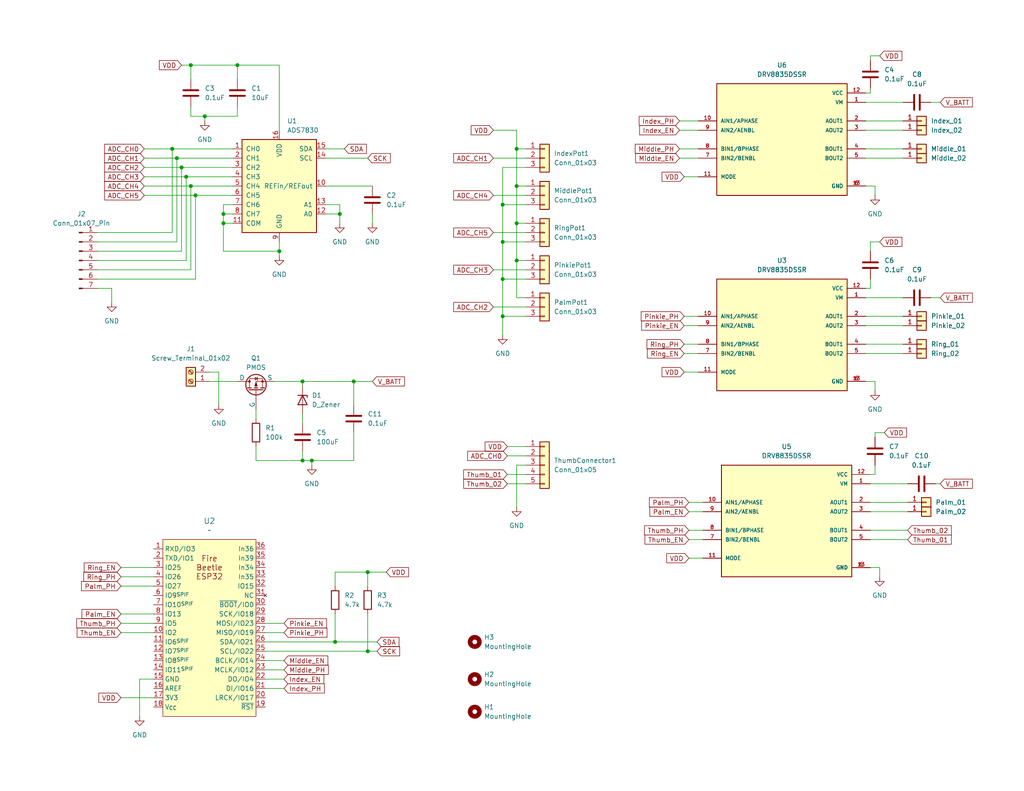
<source format=kicad_sch>
(kicad_sch (version 20250114) (generator "eeschema") (generator_version "9.0")
  (paper "USLetter")
  (title_block (title "RoboticHand") (date "10/16/2025") (rev "02") (company "ME507"))
  (lib_symbols
    (symbol "Analog_DAC:ADS7830" (pin_names (offset 1.016))
      (property "Reference" "U" (at -10.16 13.716 0))
      (property "Value" "ADS7830" (at 1.778 13.716 0))
      (symbol "ADS7830_0_1"
        (rectangle (start -10.16 12.7) (end 10.16 -12.7) (stroke (width 0.254)) (fill (type background)))
      )
      (symbol "ADS7830_1_1"
        (pin input line (at -12.7 10.16 0) (length 2.54) (name "CH0") (number "1"))
        (pin input line (at -12.7 7.62 0) (length 2.54) (name "CH1") (number "2"))
        (pin input line (at -12.7 5.08 0) (length 2.54) (name "CH2") (number "3"))
        (pin input line (at -12.7 2.54 0) (length 2.54) (name "CH3") (number "4"))
        (pin input line (at -12.7 0 0) (length 2.54) (name "CH4") (number "5"))
        (pin input line (at -12.7 -2.54 0) (length 2.54) (name "CH5") (number "6"))
        (pin input line (at -12.7 -5.08 0) (length 2.54) (name "CH6") (number "7"))
        (pin input line (at -12.7 -7.62 0) (length 2.54) (name "CH7") (number "8"))
        (pin input line (at -12.7 -10.16 0) (length 2.54) (name "COM") (number "11"))
        (pin power_in line (at 0 15.24 270) (length 2.54) (name "VDD") (number "16"))
        (pin power_in line (at 0 -15.24 90) (length 2.54) (name "GND") (number "9"))
        (pin bidirectional line (at 12.7 10.16 180) (length 2.54) (name "SDA") (number "15"))
        (pin input line (at 12.7 7.62 180) (length 2.54) (name "SCL") (number "14"))
        (pin bidirectional line (at 12.7 0 180) (length 2.54) (name "REFin/REFout") (number "10"))
        (pin input line (at 12.7 -5.08 180) (length 2.54) (name "A1") (number "13"))
        (pin input line (at 12.7 -7.62 180) (length 2.54) (name "A0") (number "12"))
      )
    )
    (symbol "Connector:Conn_01x07_Pin" (pin_names (offset 1.016) (hide yes))
      (property "Reference" "J" (at 0 10.16 0))
      (property "Value" "Conn_01x07_Pin" (at 0 -10.16 0))
      (symbol "Conn_01x07_Pin_1_1"
        (rectangle (start 0.8636 7.747) (end 0 7.493) (stroke (width 0.1524)) (fill (type outline)))
        (rectangle (start 0.8636 5.207) (end 0 4.953) (stroke (width 0.1524)) (fill (type outline)))
        (rectangle (start 0.8636 2.667) (end 0 2.413) (stroke (width 0.1524)) (fill (type outline)))
        (rectangle (start 0.8636 0.127) (end 0 -0.127) (stroke (width 0.1524)) (fill (type outline)))
        (rectangle (start 0.8636 -2.413) (end 0 -2.667) (stroke (width 0.1524)) (fill (type outline)))
        (rectangle (start 0.8636 -4.953) (end 0 -5.207) (stroke (width 0.1524)) (fill (type outline)))
        (rectangle (start 0.8636 -7.493) (end 0 -7.747) (stroke (width 0.1524)) (fill (type outline)))
        (polyline (pts (xy 1.27 7.62) (xy 0.8636 7.62)) (stroke (width 0.1524)))
        (polyline (pts (xy 1.27 5.08) (xy 0.8636 5.08)) (stroke (width 0.1524)))
        (polyline (pts (xy 1.27 2.54) (xy 0.8636 2.54)) (stroke (width 0.1524)))
        (polyline (pts (xy 1.27 0) (xy 0.8636 0)) (stroke (width 0.1524)))
        (polyline (pts (xy 1.27 -2.54) (xy 0.8636 -2.54)) (stroke (width 0.1524)))
        (polyline (pts (xy 1.27 -5.08) (xy 0.8636 -5.08)) (stroke (width 0.1524)))
        (polyline (pts (xy 1.27 -7.62) (xy 0.8636 -7.62)) (stroke (width 0.1524)))
        (pin passive line (at 5.08 7.62 180) (length 3.81) (name "Pin_1") (number "1"))
        (pin passive line (at 5.08 5.08 180) (length 3.81) (name "Pin_2") (number "2"))
        (pin passive line (at 5.08 2.54 180) (length 3.81) (name "Pin_3") (number "3"))
        (pin passive line (at 5.08 0 180) (length 3.81) (name "Pin_4") (number "4"))
        (pin passive line (at 5.08 -2.54 180) (length 3.81) (name "Pin_5") (number "5"))
        (pin passive line (at 5.08 -5.08 180) (length 3.81) (name "Pin_6") (number "6"))
        (pin passive line (at 5.08 -7.62 180) (length 3.81) (name "Pin_7") (number "7"))
      )
    )
    (symbol "Connector:Screw_Terminal_01x02" (pin_names (offset 1.016) (hide yes))
      (property "Reference" "J" (at 0 2.54 0))
      (property "Value" "Screw_Terminal_01x02" (at 0 -5.08 0))
      (symbol "Screw_Terminal_01x02_1_1"
        (rectangle (start -1.27 1.27) (end 1.27 -3.81) (stroke (width 0.254)) (fill (type background)))
        (polyline (pts (xy -0.5334 0.3302) (xy 0.3302 -0.508)) (stroke (width 0.1524)))
        (polyline (pts (xy -0.5334 -2.2098) (xy 0.3302 -3.048)) (stroke (width 0.1524)))
        (polyline (pts (xy -0.3556 0.508) (xy 0.508 -0.3302)) (stroke (width 0.1524)))
        (polyline (pts (xy -0.3556 -2.032) (xy 0.508 -2.8702)) (stroke (width 0.1524)))
        (circle (center 0 0) (radius 0.635) (stroke (width 0.1524)))
        (circle (center 0 -2.54) (radius 0.635) (stroke (width 0.1524)))
        (pin passive line (at -5.08 0 0) (length 3.81) (name "Pin_1") (number "1"))
        (pin passive line (at -5.08 -2.54 0) (length 3.81) (name "Pin_2") (number "2"))
      )
    )
    (symbol "Connector_Generic:Conn_01x01" (pin_names (offset 1.016) (hide yes))
      (property "Reference" "J" (at 0 2.54 0))
      (property "Value" "Conn_01x01" (at 0 -2.54 0))
      (symbol "Conn_01x01_1_1"
        (rectangle (start -1.27 1.27) (end 1.27 -1.27) (stroke (width 0.254)) (fill (type background)))
        (rectangle (start -1.27 0.127) (end 0 -0.127) (stroke (width 0.1524)))
        (pin passive line (at -5.08 0 0) (length 3.81) (name "Pin_1") (number "1"))
      )
    )
    (symbol "Connector_Generic:Conn_01x03" (pin_names (offset 1.016) (hide yes))
      (property "Reference" "J" (at 0 5.08 0))
      (property "Value" "Conn_01x03" (at 0 -5.08 0))
      (symbol "Conn_01x03_1_1"
        (rectangle (start -1.27 3.81) (end 1.27 -3.81) (stroke (width 0.254)) (fill (type background)))
        (rectangle (start -1.27 2.667) (end 0 2.413) (stroke (width 0.1524)))
        (rectangle (start -1.27 0.127) (end 0 -0.127) (stroke (width 0.1524)))
        (rectangle (start -1.27 -2.413) (end 0 -2.667) (stroke (width 0.1524)))
        (pin passive line (at -5.08 2.54 0) (length 3.81) (name "Pin_1") (number "1"))
        (pin passive line (at -5.08 0 0) (length 3.81) (name "Pin_2") (number "2"))
        (pin passive line (at -5.08 -2.54 0) (length 3.81) (name "Pin_3") (number "3"))
      )
    )
    (symbol "Connector_Generic:Conn_01x05" (pin_names (offset 1.016) (hide yes))
      (property "Reference" "J" (at 0 7.62 0))
      (property "Value" "Conn_01x05" (at 0 -7.62 0))
      (symbol "Conn_01x05_1_1"
        (rectangle (start -1.27 6.35) (end 1.27 -6.35) (stroke (width 0.254)) (fill (type background)))
        (rectangle (start -1.27 5.207) (end 0 4.953) (stroke (width 0.1524)))
        (rectangle (start -1.27 2.667) (end 0 2.413) (stroke (width 0.1524)))
        (rectangle (start -1.27 0.127) (end 0 -0.127) (stroke (width 0.1524)))
        (rectangle (start -1.27 -2.413) (end 0 -2.667) (stroke (width 0.1524)))
        (rectangle (start -1.27 -4.953) (end 0 -5.207) (stroke (width 0.1524)))
        (pin passive line (at -5.08 5.08 0) (length 3.81) (name "Pin_1") (number "1"))
        (pin passive line (at -5.08 2.54 0) (length 3.81) (name "Pin_2") (number "2"))
        (pin passive line (at -5.08 0 0) (length 3.81) (name "Pin_3") (number "3"))
        (pin passive line (at -5.08 -2.54 0) (length 3.81) (name "Pin_4") (number "4"))
        (pin passive line (at -5.08 -5.08 0) (length 3.81) (name "Pin_5") (number "5"))
      )
    )
    (symbol "DRV8835DSSR:DRV8835DSSR" (pin_names (offset 1.016))
      (property "Reference" "U" (at -17.78 15.748 0))
      (property "Value" "DRV8835DSSR" (at -17.78 -17.78 0))
      (symbol "DRV8835DSSR_0_0"
        (rectangle (start -17.78 -15.24) (end 17.78 15.24) (stroke (width 0.254)) (fill (type background)))
        (pin input line (at -22.86 5.08 0) (length 5.08) (name "AIN1/APHASE") (number "10"))
        (pin input line (at -22.86 2.54 0) (length 5.08) (name "AIN2/AENBL") (number "9"))
        (pin input line (at -22.86 -2.54 0) (length 5.08) (name "BIN1/BPHASE") (number "8"))
        (pin input line (at -22.86 -5.08 0) (length 5.08) (name "BIN2/BENBL") (number "7"))
        (pin input line (at -22.86 -10.16 0) (length 5.08) (name "MODE") (number "11"))
        (pin power_in line (at 22.86 12.7 180) (length 5.08) (name "VCC") (number "12"))
        (pin power_in line (at 22.86 10.16 180) (length 5.08) (name "VM") (number "1"))
        (pin output line (at 22.86 5.08 180) (length 5.08) (name "AOUT1") (number "2"))
        (pin output line (at 22.86 2.54 180) (length 5.08) (name "AOUT2") (number "3"))
        (pin output line (at 22.86 -2.54 180) (length 5.08) (name "BOUT1") (number "4"))
        (pin output line (at 22.86 -5.08 180) (length 5.08) (name "BOUT2") (number "5"))
        (pin power_in line (at 22.86 -12.7 180) (length 5.08) (name "GND") (number "13"))
        (pin power_in line (at 22.86 -12.7 180) (length 5.08) (name "GND") (number "6"))
      )
    )
    (symbol "Device:C" (pin_numbers (hide yes)) (pin_names (offset 0.254))
      (property "Reference" "C" (at 0.635 2.54 0))
      (property "Value" "C" (at 0.635 -2.54 0))
      (symbol "C_0_1"
        (polyline (pts (xy -2.032 0.762) (xy 2.032 0.762)) (stroke (width 0.508)))
        (polyline (pts (xy -2.032 -0.762) (xy 2.032 -0.762)) (stroke (width 0.508)))
      )
      (symbol "C_1_1"
        (pin passive line (at 0 3.81 270) (length 2.794) (name "~") (number "1"))
        (pin passive line (at 0 -3.81 90) (length 2.794) (name "~") (number "2"))
      )
    )
    (symbol "Device:D_Zener" (pin_numbers (hide yes)) (pin_names (offset 1.016) (hide yes))
      (property "Reference" "D" (at 0 2.54 0))
      (property "Value" "D_Zener" (at 0 -2.54 0))
      (symbol "D_Zener_0_1"
        (polyline (pts (xy -1.27 -1.27) (xy -1.27 1.27) (xy -0.762 1.27)) (stroke (width 0.254)))
        (polyline (pts (xy 1.27 0) (xy -1.27 0)))
        (polyline (pts (xy 1.27 -1.27) (xy 1.27 1.27) (xy -1.27 0) (xy 1.27 -1.27)) (stroke (width 0.254)))
      )
      (symbol "D_Zener_1_1"
        (pin passive line (at -3.81 0 0) (length 2.54) (name "K") (number "1"))
        (pin passive line (at 3.81 0 180) (length 2.54) (name "A") (number "2"))
      )
    )
    (symbol "Device:R" (pin_numbers (hide yes)) (pin_names (offset 0))
      (property "Reference" "R" (at 2.032 0 90))
      (property "Value" "R" (at 0 0 90))
      (symbol "R_0_1"
        (rectangle (start -1.016 -2.54) (end 1.016 2.54) (stroke (width 0.254)))
      )
      (symbol "R_1_1"
        (pin passive line (at 0 3.81 270) (length 1.27) (name "~") (number "1"))
        (pin passive line (at 0 -3.81 90) (length 1.27) (name "~") (number "2"))
      )
    )
    (symbol "ME507F24:FireBeetle-ESP32"
      (property "Reference" "U" (at -2.2226 9.1862 0))
      (symbol "FireBeetle-ESP32_1_1"
        (polyline (pts (xy -12.7 22.86) (xy 12.7 22.86) (xy 12.7 -25.4) (xy -12.7 -25.4) (xy -12.7 22.86)) (fill (type background)))
        (text "Fire\nBeetle\nESP32" (at 0 15.24 0) (effects (font (size 1.524 1.524))))
        (pin bidirectional line (at -15.24 20.32 0) (length 2.54) (name "RXD/IO3") (number "1"))
        (pin bidirectional line (at -15.24 17.78 0) (length 2.54) (name "TXD/IO1") (number "2"))
        (pin bidirectional line (at -15.24 15.24 0) (length 2.54) (name "IO25") (number "3"))
        (pin bidirectional line (at -15.24 12.7 0) (length 2.54) (name "IO26") (number "4"))
        (pin bidirectional line (at -15.24 10.16 0) (length 2.54) (name "IO27") (number "5"))
        (pin unspecified line (at -15.24 7.62 0) (length 2.54) (name "IO9^{SPIF}") (number "6"))
        (pin unspecified line (at -15.24 5.08 0) (length 2.54) (name "IO10^{SPIF}") (number "7"))
        (pin bidirectional line (at -15.24 2.54 0) (length 2.54) (name "IO13") (number "8"))
        (pin bidirectional line (at -15.24 0 0) (length 2.54) (name "IO5") (number "9"))
        (pin bidirectional line (at -15.24 -2.54 0) (length 2.54) (name "IO2") (number "10"))
        (pin unspecified line (at -15.24 -5.08 0) (length 2.54) (name "IO6^{SPIF}") (number "11"))
        (pin unspecified line (at -15.24 -7.62 0) (length 2.54) (name "IO7^{SPIF}") (number "12"))
        (pin unspecified line (at -15.24 -10.16 0) (length 2.54) (name "IO8^{SPIF}") (number "13"))
        (pin unspecified line (at -15.24 -12.7 0) (length 2.54) (name "IO11^{SPIF}") (number "14"))
        (pin power_in line (at -15.24 -15.24 0) (length 2.54) (name "GND") (number "15"))
        (pin input line (at -15.24 -17.78 0) (length 2.54) (name "AREF") (number "16"))
        (pin power_out line (at -15.24 -20.32 0) (length 2.54) (name "3V3") (number "17"))
        (pin unspecified line (at -15.24 -22.86 0) (length 2.54) (name "V_{CC}") (number "18"))
        (pin input line (at 15.24 20.32 180) (length 2.54) (name "In36") (number "36"))
        (pin input line (at 15.24 17.78 180) (length 2.54) (name "In39") (number "35"))
        (pin input line (at 15.24 15.24 180) (length 2.54) (name "In34") (number "34"))
        (pin input line (at 15.24 12.7 180) (length 2.54) (name "In35") (number "33"))
        (pin bidirectional line (at 15.24 10.16 180) (length 2.54) (name "IO15") (number "32"))
        (pin no_connect line (at 15.24 7.62 180) (length 2.54) (name "NC") (number "31"))
        (pin bidirectional line (at 15.24 5.08 180) (length 2.54) (name "~{BOOT}/IO0") (number "30"))
        (pin bidirectional line (at 15.24 2.54 180) (length 2.54) (name "SCK/IO18") (number "29"))
        (pin bidirectional line (at 15.24 0 180) (length 2.54) (name "MOSI/IO23") (number "28"))
        (pin bidirectional line (at 15.24 -2.54 180) (length 2.54) (name "MISO/IO19") (number "27"))
        (pin bidirectional line (at 15.24 -5.08 180) (length 2.54) (name "SDA/IO21") (number "26"))
        (pin bidirectional line (at 15.24 -7.62 180) (length 2.54) (name "SCL/IO22") (number "25"))
        (pin bidirectional line (at 15.24 -10.16 180) (length 2.54) (name "BCLK/IO14") (number "24"))
        (pin bidirectional line (at 15.24 -12.7 180) (length 2.54) (name "MCLK/IO12") (number "23"))
        (pin bidirectional line (at 15.24 -15.24 180) (length 2.54) (name "DO/IO4") (number "22"))
        (pin bidirectional line (at 15.24 -17.78 180) (length 2.54) (name "DI/IO16") (number "21"))
        (pin bidirectional line (at 15.24 -20.32 180) (length 2.54) (name "LRCK/IO17") (number "20"))
        (pin bidirectional line (at 15.24 -22.86 180) (length 2.54) (name "~{RST}") (number "19"))
      )
    )
    (symbol "Mechanical:MountingHole" (pin_names (offset 1.016)) (in_bom no)
      (property "Reference" "H" (at 0 5.08 0))
      (property "Value" "MountingHole" (at 0 3.175 0))
      (symbol "MountingHole_0_1"
        (circle (center 0 0) (radius 1.27) (stroke (width 1.27)))
      )
    )
    (symbol "Simulation_SPICE:PMOS" (pin_numbers (hide yes)) (pin_names (offset 0))
      (property "Reference" "Q" (at 5.08 1.27 0))
      (property "Value" "PMOS" (at 5.08 -1.27 0))
      (symbol "PMOS_0_1"
        (polyline (pts (xy 0.254 1.905) (xy 0.254 -1.905)) (stroke (width 0.254)))
        (polyline (pts (xy 0.254 0) (xy -2.54 0)))
        (polyline (pts (xy 0.762 2.286) (xy 0.762 1.27)) (stroke (width 0.254)))
        (polyline (pts (xy 0.762 1.778) (xy 3.302 1.778) (xy 3.302 -1.778) (xy 0.762 -1.778)))
        (polyline (pts (xy 0.762 0.508) (xy 0.762 -0.508)) (stroke (width 0.254)))
        (polyline (pts (xy 0.762 -1.27) (xy 0.762 -2.286)) (stroke (width 0.254)))
        (circle (center 1.651 0) (radius 2.794) (stroke (width 0.254)))
        (polyline (pts (xy 2.286 0) (xy 1.27 0.381) (xy 1.27 -0.381) (xy 2.286 0)) (fill (type outline)))
        (polyline (pts (xy 2.54 2.54) (xy 2.54 1.778)))
        (circle (center 2.54 1.778) (radius 0.254) (fill (type outline)))
        (circle (center 2.54 -1.778) (radius 0.254) (fill (type outline)))
        (polyline (pts (xy 2.54 -2.54) (xy 2.54 0) (xy 0.762 0)))
        (polyline (pts (xy 2.794 -0.508) (xy 2.921 -0.381) (xy 3.683 -0.381) (xy 3.81 -0.254)))
        (polyline (pts (xy 3.302 -0.381) (xy 2.921 0.254) (xy 3.683 0.254) (xy 3.302 -0.381)))
      )
      (symbol "PMOS_1_1"
        (pin input line (at -5.08 0 0) (length 2.54) (name "G") (number "2"))
        (pin passive line (at 2.54 5.08 270) (length 2.54) (name "D") (number "1"))
        (pin passive line (at 2.54 -5.08 90) (length 2.54) (name "S") (number "3"))
      )
    )
    (symbol "power:GND" (power) (pin_numbers (hide yes)) (pin_names (offset 0) (hide yes))
      (property "Value" "GND" (at 0 -3.81 0))
      (symbol "GND_0_1"
        (polyline (pts (xy 0 0) (xy 0 -1.27) (xy 1.27 -1.27) (xy 0 -2.54) (xy -1.27 -1.27) (xy 0 -1.27)))
      )
      (symbol "GND_1_1"
        (pin power_in line (at 0 0 270) (length 0) (name "~") (number "1"))
      )
    )
  )
  (junction (at 76.2 68.58))
  (junction (at 49.53 45.72))
  (junction (at 64.77 17.78))
  (junction (at 48.26 43.18))
  (junction (at 137.16 55.88))
  (junction (at 91.44 175.26))
  (junction (at 137.16 86.36))
  (junction (at 46.99 40.64))
  (junction (at 92.71 58.42))
  (junction (at 82.55 104.14))
  (junction (at 140.97 50.8))
  (junction (at 100.33 177.8))
  (junction (at 96.52 104.14))
  (junction (at 140.97 40.64))
  (junction (at 82.55 125.73))
  (junction (at 137.16 76.2))
  (junction (at 52.07 17.78))
  (junction (at 100.33 156.21))
  (junction (at 140.97 71.12))
  (junction (at 140.97 60.96))
  (junction (at 53.34 53.34))
  (junction (at 55.88 31.75))
  (junction (at 85.09 125.73))
  (junction (at 52.07 50.8))
  (junction (at 60.96 60.96))
  (junction (at 50.8 48.26))
  (junction (at 137.16 66.04))
  (junction (at 60.96 58.42))
  (wire (pts (xy 53.34 76.2) (xy 53.34 53.34)))
  (wire (pts (xy 50.8 48.26) (xy 63.5 48.26)))
  (wire (pts (xy 187.96 147.32) (xy 191.77 147.32)))
  (wire (pts (xy 134.62 73.66) (xy 143.51 73.66)))
  (wire (pts (xy 60.96 55.88) (xy 60.96 58.42)))
  (wire (pts (xy 82.55 125.73) (xy 85.09 125.73)))
  (wire (pts (xy 55.88 31.75) (xy 55.88 33.02)))
  (wire (pts (xy 69.85 125.73) (xy 82.55 125.73)))
  (wire (pts (xy 237.49 66.04) (xy 240.03 66.04)))
  (wire (pts (xy 48.26 66.04) (xy 48.26 43.18)))
  (wire (pts (xy 143.51 127) (xy 140.97 127)))
  (wire (pts (xy 60.96 68.58) (xy 76.2 68.58)))
  (wire (pts (xy 74.93 104.14) (xy 82.55 104.14)))
  (wire (pts (xy 63.5 55.88) (xy 60.96 55.88)))
  (wire (pts (xy 237.49 154.94) (xy 240.03 154.94)))
  (wire (pts (xy 237.49 78.74) (xy 237.49 76.2)))
  (wire (pts (xy 69.85 121.92) (xy 69.85 125.73)))
  (wire (pts (xy 236.22 35.56) (xy 246.38 35.56)))
  (wire (pts (xy 240.03 154.94) (xy 240.03 157.48)))
  (wire (pts (xy 91.44 167.64) (xy 91.44 175.26)))
  (wire (pts (xy 33.02 172.72) (xy 41.91 172.72)))
  (wire (pts (xy 237.49 25.4) (xy 236.22 25.4)))
  (wire (pts (xy 137.16 76.2) (xy 137.16 86.36)))
  (wire (pts (xy 82.55 104.14) (xy 82.55 105.41)))
  (wire (pts (xy 187.96 152.4) (xy 191.77 152.4)))
  (wire (pts (xy 39.37 48.26) (xy 50.8 48.26)))
  (wire (pts (xy 52.07 17.78) (xy 52.07 21.59)))
  (wire (pts (xy 187.96 144.78) (xy 191.77 144.78)))
  (wire (pts (xy 236.22 88.9) (xy 246.38 88.9)))
  (wire (pts (xy 52.07 31.75) (xy 55.88 31.75)))
  (wire (pts (xy 63.5 60.96) (xy 60.96 60.96)))
  (wire (pts (xy 26.67 63.5) (xy 46.99 63.5)))
  (wire (pts (xy 236.22 93.98) (xy 246.38 93.98)))
  (wire (pts (xy 185.42 40.64) (xy 190.5 40.64)))
  (wire (pts (xy 30.48 78.74) (xy 30.48 82.55)))
  (wire (pts (xy 39.37 53.34) (xy 53.34 53.34)))
  (wire (pts (xy 143.51 66.04) (xy 137.16 66.04)))
  (wire (pts (xy 48.26 43.18) (xy 63.5 43.18)))
  (wire (pts (xy 72.39 170.18) (xy 77.47 170.18)))
  (wire (pts (xy 88.9 50.8) (xy 101.6 50.8)))
  (wire (pts (xy 187.96 137.16) (xy 191.77 137.16)))
  (wire (pts (xy 237.49 132.08) (xy 247.65 132.08)))
  (wire (pts (xy 53.34 53.34) (xy 63.5 53.34)))
  (wire (pts (xy 60.96 60.96) (xy 60.96 68.58)))
  (wire (pts (xy 140.97 35.56) (xy 134.62 35.56)))
  (wire (pts (xy 236.22 104.14) (xy 238.76 104.14)))
  (wire (pts (xy 237.49 24.13) (xy 237.49 25.4)))
  (wire (pts (xy 137.16 66.04) (xy 137.16 76.2)))
  (wire (pts (xy 134.62 43.18) (xy 143.51 43.18)))
  (wire (pts (xy 140.97 71.12) (xy 140.97 81.28)))
  (wire (pts (xy 88.9 43.18) (xy 100.33 43.18)))
  (wire (pts (xy 91.44 175.26) (xy 102.87 175.26)))
  (wire (pts (xy 143.51 81.28) (xy 140.97 81.28)))
  (wire (pts (xy 33.02 157.48) (xy 41.91 157.48)))
  (wire (pts (xy 254 81.28) (xy 256.54 81.28)))
  (wire (pts (xy 100.33 156.21) (xy 100.33 160.02)))
  (wire (pts (xy 140.97 40.64) (xy 140.97 35.56)))
  (wire (pts (xy 143.51 40.64) (xy 140.97 40.64)))
  (wire (pts (xy 254 27.94) (xy 256.54 27.94)))
  (wire (pts (xy 64.77 21.59) (xy 64.77 17.78)))
  (wire (pts (xy 238.76 129.54) (xy 237.49 129.54)))
  (wire (pts (xy 137.16 55.88) (xy 137.16 66.04)))
  (wire (pts (xy 134.62 63.5) (xy 143.51 63.5)))
  (wire (pts (xy 186.69 101.6) (xy 190.5 101.6)))
  (wire (pts (xy 96.52 125.73) (xy 85.09 125.73)))
  (wire (pts (xy 49.53 17.78) (xy 52.07 17.78)))
  (wire (pts (xy 236.22 81.28) (xy 246.38 81.28)))
  (wire (pts (xy 76.2 68.58) (xy 76.2 69.85)))
  (wire (pts (xy 186.69 96.52) (xy 190.5 96.52)))
  (wire (pts (xy 237.49 137.16) (xy 247.65 137.16)))
  (wire (pts (xy 143.51 76.2) (xy 137.16 76.2)))
  (wire (pts (xy 138.43 124.46) (xy 143.51 124.46)))
  (wire (pts (xy 237.49 139.7) (xy 247.65 139.7)))
  (wire (pts (xy 33.02 190.5) (xy 41.91 190.5)))
  (wire (pts (xy 138.43 129.54) (xy 143.51 129.54)))
  (wire (pts (xy 49.53 68.58) (xy 49.53 45.72)))
  (wire (pts (xy 72.39 177.8) (xy 100.33 177.8)))
  (wire (pts (xy 82.55 104.14) (xy 96.52 104.14)))
  (wire (pts (xy 72.39 180.34) (xy 77.47 180.34)))
  (wire (pts (xy 76.2 35.56) (xy 76.2 17.78)))
  (wire (pts (xy 143.51 60.96) (xy 140.97 60.96)))
  (wire (pts (xy 91.44 160.02) (xy 91.44 156.21)))
  (wire (pts (xy 60.96 58.42) (xy 60.96 60.96)))
  (wire (pts (xy 64.77 17.78) (xy 52.07 17.78)))
  (wire (pts (xy 100.33 156.21) (xy 105.41 156.21)))
  (wire (pts (xy 41.91 185.42) (xy 38.1 185.42)))
  (wire (pts (xy 238.76 50.8) (xy 238.76 53.34)))
  (wire (pts (xy 91.44 156.21) (xy 100.33 156.21)))
  (wire (pts (xy 57.15 104.14) (xy 64.77 104.14)))
  (wire (pts (xy 140.97 50.8) (xy 140.97 40.64)))
  (wire (pts (xy 76.2 17.78) (xy 64.77 17.78)))
  (wire (pts (xy 85.09 125.73) (xy 85.09 127)))
  (wire (pts (xy 64.77 29.21) (xy 64.77 31.75)))
  (wire (pts (xy 236.22 86.36) (xy 246.38 86.36)))
  (wire (pts (xy 236.22 43.18) (xy 246.38 43.18)))
  (wire (pts (xy 140.97 127) (xy 140.97 138.43)))
  (wire (pts (xy 26.67 76.2) (xy 53.34 76.2)))
  (wire (pts (xy 143.51 45.72) (xy 137.16 45.72)))
  (wire (pts (xy 185.42 43.18) (xy 190.5 43.18)))
  (wire (pts (xy 186.69 88.9) (xy 190.5 88.9)))
  (wire (pts (xy 143.51 50.8) (xy 140.97 50.8)))
  (wire (pts (xy 59.69 101.6) (xy 59.69 110.49)))
  (wire (pts (xy 237.49 68.58) (xy 237.49 66.04)))
  (wire (pts (xy 143.51 86.36) (xy 137.16 86.36)))
  (wire (pts (xy 236.22 40.64) (xy 246.38 40.64)))
  (wire (pts (xy 240.03 15.24) (xy 237.49 15.24)))
  (wire (pts (xy 82.55 113.03) (xy 82.55 115.57)))
  (wire (pts (xy 33.02 160.02) (xy 41.91 160.02)))
  (wire (pts (xy 187.96 139.7) (xy 191.77 139.7)))
  (wire (pts (xy 50.8 71.12) (xy 50.8 48.26)))
  (wire (pts (xy 72.39 182.88) (xy 77.47 182.88)))
  (wire (pts (xy 236.22 50.8) (xy 238.76 50.8)))
  (wire (pts (xy 57.15 101.6) (xy 59.69 101.6)))
  (wire (pts (xy 52.07 29.21) (xy 52.07 31.75)))
  (wire (pts (xy 26.67 78.74) (xy 30.48 78.74)))
  (wire (pts (xy 26.67 71.12) (xy 50.8 71.12)))
  (wire (pts (xy 46.99 63.5) (xy 46.99 40.64)))
  (wire (pts (xy 237.49 15.24) (xy 237.49 16.51)))
  (wire (pts (xy 143.51 55.88) (xy 137.16 55.88)))
  (wire (pts (xy 72.39 185.42) (xy 77.47 185.42)))
  (wire (pts (xy 101.6 58.42) (xy 101.6 60.96)))
  (wire (pts (xy 88.9 40.64) (xy 93.98 40.64)))
  (wire (pts (xy 236.22 78.74) (xy 237.49 78.74)))
  (wire (pts (xy 76.2 66.04) (xy 76.2 68.58)))
  (wire (pts (xy 238.76 118.11) (xy 238.76 119.38)))
  (wire (pts (xy 238.76 127) (xy 238.76 129.54)))
  (wire (pts (xy 39.37 43.18) (xy 48.26 43.18)))
  (wire (pts (xy 49.53 45.72) (xy 63.5 45.72)))
  (wire (pts (xy 63.5 58.42) (xy 60.96 58.42)))
  (wire (pts (xy 185.42 35.56) (xy 190.5 35.56)))
  (wire (pts (xy 137.16 86.36) (xy 137.16 91.44)))
  (wire (pts (xy 137.16 45.72) (xy 137.16 55.88)))
  (wire (pts (xy 237.49 144.78) (xy 247.65 144.78)))
  (wire (pts (xy 88.9 55.88) (xy 92.71 55.88)))
  (wire (pts (xy 26.67 73.66) (xy 52.07 73.66)))
  (wire (pts (xy 33.02 170.18) (xy 41.91 170.18)))
  (wire (pts (xy 96.52 104.14) (xy 101.6 104.14)))
  (wire (pts (xy 255.27 132.08) (xy 256.54 132.08)))
  (wire (pts (xy 88.9 58.42) (xy 92.71 58.42)))
  (wire (pts (xy 236.22 96.52) (xy 246.38 96.52)))
  (wire (pts (xy 82.55 123.19) (xy 82.55 125.73)))
  (wire (pts (xy 72.39 172.72) (xy 77.47 172.72)))
  (wire (pts (xy 92.71 55.88) (xy 92.71 58.42)))
  (wire (pts (xy 100.33 177.8) (xy 102.87 177.8)))
  (wire (pts (xy 92.71 58.42) (xy 92.71 60.96)))
  (wire (pts (xy 100.33 167.64) (xy 100.33 177.8)))
  (wire (pts (xy 186.69 86.36) (xy 190.5 86.36)))
  (wire (pts (xy 72.39 187.96) (xy 77.47 187.96)))
  (wire (pts (xy 39.37 50.8) (xy 52.07 50.8)))
  (wire (pts (xy 64.77 31.75) (xy 55.88 31.75)))
  (wire (pts (xy 186.69 48.26) (xy 190.5 48.26)))
  (wire (pts (xy 185.42 33.02) (xy 190.5 33.02)))
  (wire (pts (xy 140.97 60.96) (xy 140.97 50.8)))
  (wire (pts (xy 26.67 66.04) (xy 48.26 66.04)))
  (wire (pts (xy 236.22 27.94) (xy 246.38 27.94)))
  (wire (pts (xy 52.07 73.66) (xy 52.07 50.8)))
  (wire (pts (xy 38.1 185.42) (xy 38.1 195.58)))
  (wire (pts (xy 52.07 50.8) (xy 63.5 50.8)))
  (wire (pts (xy 96.52 118.11) (xy 96.52 125.73)))
  (wire (pts (xy 134.62 83.82) (xy 143.51 83.82)))
  (wire (pts (xy 46.99 40.64) (xy 63.5 40.64)))
  (wire (pts (xy 39.37 45.72) (xy 49.53 45.72)))
  (wire (pts (xy 33.02 167.64) (xy 41.91 167.64)))
  (wire (pts (xy 138.43 121.92) (xy 143.51 121.92)))
  (wire (pts (xy 186.69 93.98) (xy 190.5 93.98)))
  (wire (pts (xy 236.22 33.02) (xy 246.38 33.02)))
  (wire (pts (xy 138.43 132.08) (xy 143.51 132.08)))
  (wire (pts (xy 33.02 154.94) (xy 41.91 154.94)))
  (wire (pts (xy 143.51 71.12) (xy 140.97 71.12)))
  (wire (pts (xy 26.67 68.58) (xy 49.53 68.58)))
  (wire (pts (xy 140.97 60.96) (xy 140.97 71.12)))
  (wire (pts (xy 39.37 40.64) (xy 46.99 40.64)))
  (wire (pts (xy 134.62 53.34) (xy 143.51 53.34)))
  (wire (pts (xy 238.76 104.14) (xy 238.76 106.68)))
  (wire (pts (xy 96.52 104.14) (xy 96.52 110.49)))
  (wire (pts (xy 241.3 118.11) (xy 238.76 118.11)))
  (wire (pts (xy 69.85 111.76) (xy 69.85 114.3)))
  (wire (pts (xy 72.39 175.26) (xy 91.44 175.26)))
  (wire (pts (xy 237.49 147.32) (xy 247.65 147.32)))
  (global_label "Ring_PH" (shape input) (at 186.69 93.98 180) (property "Intersheetrefs" "${INTERSHEET_REFS}" (effects (hide yes))))
  (global_label "Index_PH" (shape input) (at 77.47 187.96 0) (property "Intersheetrefs" "${INTERSHEET_REFS}" (effects (hide yes))))
  (global_label "Thumb_02" (shape input) (at 138.43 132.08 180) (property "Intersheetrefs" "${INTERSHEET_REFS}" (effects (hide yes))))
  (global_label "Thumb_PH" (shape input) (at 33.02 170.18 180) (property "Intersheetrefs" "${INTERSHEET_REFS}" (effects (hide yes))))
  (global_label "Index_EN" (shape input) (at 77.47 185.42 0) (property "Intersheetrefs" "${INTERSHEET_REFS}" (effects (hide yes))))
  (global_label "ADC_CH4" (shape input) (at 39.37 50.8 180) (property "Intersheetrefs" "${INTERSHEET_REFS}" (effects (hide yes))))
  (global_label "Palm_PH" (shape input) (at 33.02 160.02 180) (property "Intersheetrefs" "${INTERSHEET_REFS}" (effects (hide yes))))
  (global_label "Thumb_EN" (shape input) (at 33.02 172.72 180) (property "Intersheetrefs" "${INTERSHEET_REFS}" (effects (hide yes))))
  (global_label "ADC_CH3" (shape input) (at 134.62 73.66 180) (property "Intersheetrefs" "${INTERSHEET_REFS}" (effects (hide yes))))
  (global_label "Pinkie_PH" (shape input) (at 77.47 172.72 0) (property "Intersheetrefs" "${INTERSHEET_REFS}" (effects (hide yes))))
  (global_label "SCK" (shape input) (at 100.33 43.18 0) (property "Intersheetrefs" "${INTERSHEET_REFS}" (effects (hide yes))))
  (global_label "ADC_CH0" (shape input) (at 138.43 124.46 180) (property "Intersheetrefs" "${INTERSHEET_REFS}" (effects (hide yes))))
  (global_label "V_BATT" (shape input) (at 256.54 132.08 0) (property "Intersheetrefs" "${INTERSHEET_REFS}" (effects (hide yes))))
  (global_label "ADC_CH5" (shape input) (at 39.37 53.34 180) (property "Intersheetrefs" "${INTERSHEET_REFS}" (effects (hide yes))))
  (global_label "Middle_PH" (shape input) (at 77.47 182.88 0) (property "Intersheetrefs" "${INTERSHEET_REFS}" (effects (hide yes))))
  (global_label "Thumb_EN" (shape input) (at 187.96 147.32 180) (property "Intersheetrefs" "${INTERSHEET_REFS}" (effects (hide yes))))
  (global_label "Middle_EN" (shape input) (at 77.47 180.34 0) (property "Intersheetrefs" "${INTERSHEET_REFS}" (effects (hide yes))))
  (global_label "ADC_CH3" (shape input) (at 39.37 48.26 180) (property "Intersheetrefs" "${INTERSHEET_REFS}" (effects (hide yes))))
  (global_label "VDD" (shape input) (at 138.43 121.92 180) (property "Intersheetrefs" "${INTERSHEET_REFS}" (effects (hide yes))))
  (global_label "SCK" (shape input) (at 102.87 177.8 0) (property "Intersheetrefs" "${INTERSHEET_REFS}" (effects (hide yes))))
  (global_label "Pinkie_EN" (shape input) (at 77.47 170.18 0) (property "Intersheetrefs" "${INTERSHEET_REFS}" (effects (hide yes))))
  (global_label "V_BATT" (shape input) (at 256.54 81.28 0) (property "Intersheetrefs" "${INTERSHEET_REFS}" (effects (hide yes))))
  (global_label "V_BATT" (shape input) (at 101.6 104.14 0) (property "Intersheetrefs" "${INTERSHEET_REFS}" (effects (hide yes))))
  (global_label "VDD" (shape input) (at 241.3 118.11 0) (property "Intersheetrefs" "${INTERSHEET_REFS}" (effects (hide yes))))
  (global_label "SDA" (shape input) (at 93.98 40.64 0) (property "Intersheetrefs" "${INTERSHEET_REFS}" (effects (hide yes))))
  (global_label "Index_EN" (shape input) (at 185.42 35.56 180) (property "Intersheetrefs" "${INTERSHEET_REFS}" (effects (hide yes))))
  (global_label "Palm_EN" (shape input) (at 33.02 167.64 180) (property "Intersheetrefs" "${INTERSHEET_REFS}" (effects (hide yes))))
  (global_label "Index_PH" (shape input) (at 185.42 33.02 180) (property "Intersheetrefs" "${INTERSHEET_REFS}" (effects (hide yes))))
  (global_label "Ring_PH" (shape input) (at 33.02 157.48 180) (property "Intersheetrefs" "${INTERSHEET_REFS}" (effects (hide yes))))
  (global_label "ADC_CH2" (shape input) (at 39.37 45.72 180) (property "Intersheetrefs" "${INTERSHEET_REFS}" (effects (hide yes))))
  (global_label "Pinkie_PH" (shape input) (at 186.69 86.36 180) (property "Intersheetrefs" "${INTERSHEET_REFS}" (effects (hide yes))))
  (global_label "ADC_CH2" (shape input) (at 134.62 83.82 180) (property "Intersheetrefs" "${INTERSHEET_REFS}" (effects (hide yes))))
  (global_label "Ring_EN" (shape input) (at 186.69 96.52 180) (property "Intersheetrefs" "${INTERSHEET_REFS}" (effects (hide yes))))
  (global_label "Ring_EN" (shape input) (at 33.02 154.94 180) (property "Intersheetrefs" "${INTERSHEET_REFS}" (effects (hide yes))))
  (global_label "Thumb_02" (shape input) (at 247.65 144.78 0) (property "Intersheetrefs" "${INTERSHEET_REFS}" (effects (hide yes))))
  (global_label "VDD" (shape input) (at 240.03 66.04 0) (property "Intersheetrefs" "${INTERSHEET_REFS}" (effects (hide yes))))
  (global_label "SDA" (shape input) (at 102.87 175.26 0) (property "Intersheetrefs" "${INTERSHEET_REFS}" (effects (hide yes))))
  (global_label "V_BATT" (shape input) (at 256.54 27.94 0) (property "Intersheetrefs" "${INTERSHEET_REFS}" (effects (hide yes))))
  (global_label "VDD" (shape input) (at 186.69 48.26 180) (property "Intersheetrefs" "${INTERSHEET_REFS}" (effects (hide yes))))
  (global_label "Pinkie_EN" (shape input) (at 186.69 88.9 180) (property "Intersheetrefs" "${INTERSHEET_REFS}" (effects (hide yes))))
  (global_label "ADC_CH4" (shape input) (at 134.62 53.34 180) (property "Intersheetrefs" "${INTERSHEET_REFS}" (effects (hide yes))))
  (global_label "Palm_EN" (shape input) (at 187.96 139.7 180) (property "Intersheetrefs" "${INTERSHEET_REFS}" (effects (hide yes))))
  (global_label "ADC_CH5" (shape input) (at 134.62 63.5 180) (property "Intersheetrefs" "${INTERSHEET_REFS}" (effects (hide yes))))
  (global_label "Thumb_01" (shape input) (at 247.65 147.32 0) (property "Intersheetrefs" "${INTERSHEET_REFS}" (effects (hide yes))))
  (global_label "Middle_EN" (shape input) (at 185.42 43.18 180) (property "Intersheetrefs" "${INTERSHEET_REFS}" (effects (hide yes))))
  (global_label "VDD" (shape input) (at 187.96 152.4 180) (property "Intersheetrefs" "${INTERSHEET_REFS}" (effects (hide yes))))
  (global_label "VDD" (shape input) (at 105.41 156.21 0) (property "Intersheetrefs" "${INTERSHEET_REFS}" (effects (hide yes))))
  (global_label "VDD" (shape input) (at 186.69 101.6 180) (property "Intersheetrefs" "${INTERSHEET_REFS}" (effects (hide yes))))
  (global_label "VDD" (shape input) (at 240.03 15.24 0) (property "Intersheetrefs" "${INTERSHEET_REFS}" (effects (hide yes))))
  (global_label "VDD" (shape input) (at 49.53 17.78 180) (property "Intersheetrefs" "${INTERSHEET_REFS}" (effects (hide yes))))
  (global_label "Thumb_01" (shape input) (at 138.43 129.54 180) (property "Intersheetrefs" "${INTERSHEET_REFS}" (effects (hide yes))))
  (global_label "Middle_PH" (shape input) (at 185.42 40.64 180) (property "Intersheetrefs" "${INTERSHEET_REFS}" (effects (hide yes))))
  (global_label "ADC_CH0" (shape input) (at 39.37 40.64 180) (property "Intersheetrefs" "${INTERSHEET_REFS}" (effects (hide yes))))
  (global_label "VDD" (shape input) (at 33.02 190.5 180) (property "Intersheetrefs" "${INTERSHEET_REFS}" (effects (hide yes))))
  (global_label "Palm_PH" (shape input) (at 187.96 137.16 180) (property "Intersheetrefs" "${INTERSHEET_REFS}" (effects (hide yes))))
  (global_label "ADC_CH1" (shape input) (at 134.62 43.18 180) (property "Intersheetrefs" "${INTERSHEET_REFS}" (effects (hide yes))))
  (global_label "Thumb_PH" (shape input) (at 187.96 144.78 180) (property "Intersheetrefs" "${INTERSHEET_REFS}" (effects (hide yes))))
  (global_label "ADC_CH1" (shape input) (at 39.37 43.18 180) (property "Intersheetrefs" "${INTERSHEET_REFS}" (effects (hide yes))))
  (global_label "VDD" (shape input) (at 134.62 35.56 180) (property "Intersheetrefs" "${INTERSHEET_REFS}" (effects (hide yes))))
  (symbol (lib_id "Connector_Generic:Conn_01x01") (at 251.46 43.18 0) (unit 1)
    (property "Reference" "Middle_02" (at 254 43.1799 0) (effects (justify left)))
    (property "Value" "Conn_01x01" (effects (hide yes)))
    (property "Footprint" "Connector_PinHeader_2.54mm:PinHeader_1x01_P2.54mm_Vertical" (effects (hide yes)))
    (property "Description" "Generic connector, single row, 01x01, script generated (kicad-library-utils/schlib/autogen/connector/)" (effects (hide yes)))
  )
  (symbol (lib_id "Connector_Generic:Conn_01x03") (at 148.59 73.66 0) (unit 1)
    (property "Reference" "PinkiePot1" (at 151.13 72.3899 0) (effects (justify left)))
    (property "Value" "Conn_01x03" (at 151.13 74.9299 0) (effects (justify left)))
    (property "Footprint" "Connector_PinHeader_2.54mm:PinHeader_1x03_P2.54mm_Vertical" (effects (hide yes)))
    (property "Description" "Generic connector, single row, 01x03, script generated (kicad-library-utils/schlib/autogen/connector/)" (effects (hide yes)))
  )
  (symbol (lib_id "power:GND") (at 140.97 138.43 0) (unit 1)
    (property "Reference" "#PWR05" (effects (hide yes)))
    (property "Value" "GND" (at 140.97 143.51 0))
    (property "Description" "Power symbol creates a global label with name \"GND\" , ground" (effects (hide yes)))
  )
  (symbol (lib_id "Simulation_SPICE:PMOS") (at 69.85 106.68 90) (unit 1)
    (property "Reference" "Q1" (at 69.85 97.79 90))
    (property "Value" "PMOS" (at 69.85 100.33 90))
    (property "Footprint" "Package_TO_SOT_SMD:SOT-23-3" (effects (hide yes)))
    (property "Datasheet" "https://ngspice.sourceforge.io/docs/ngspice-html-manual/manual.xhtml#cha_MOSFETs" (effects (hide yes)))
    (property "Description" "P-MOSFET transistor, drain/source/gate" (effects (hide yes)))
    (property "Sim.Device" "PMOS" (effects (hide yes)))
    (property "Sim.Type" "VDMOS" (effects (hide yes)))
    (property "Sim.Pins" "1=D 2=G 3=S" (effects (hide yes)))
  )
  (symbol (lib_id "DRV8835DSSR:DRV8835DSSR") (at 213.36 38.1 0) (unit 1)
    (property "Reference" "U6" (at 213.36 17.78 0))
    (property "Value" "DRV8835DSSR" (at 213.36 20.32 0))
    (property "Footprint" "Package_SON:WSON-12-1EP_3x2mm_P0.5mm_EP1x2.65" (effects (hide yes)))
    (property "MF" "Texas Instruments" (effects (hide yes)))
    (property "SNAPEDA_PACKAGE_ID" "103240" (effects (hide yes)))
    (property "Package" "WSON-12 Texas Instruments" (effects (hide yes)))
    (property "Price" "None" (effects (hide yes)))
    (property "Check_prices" "https://www.snapeda.com/parts/DRV8835DSSR/Texas+Instruments/view-part/?ref=eda" (effects (hide yes)))
    (property "STANDARD" "Manufacturer Recommendations" (effects (hide yes)))
    (property "PARTREV" "H" (effects (hide yes)))
    (property "SnapEDA_Link" "https://www.snapeda.com/parts/DRV8835DSSR/Texas+Instruments/view-part/?ref=snap" (effects (hide yes)))
    (property "MP" "DRV8835DSSR" (effects (hide yes)))
    (property "Description_1" "12-V, 1.5-A dual H-bridge motor driver" (effects (hide yes)))
    (property "MANUFACTURER" "Texas Instruments" (effects (hide yes)))
    (property "Availability" "In Stock" (effects (hide yes)))
    (property "MAXIMUM_PACKAGE_HEIGHT" "0.8 mm" (effects (hide yes)))
  )
  (symbol (lib_id "power:GND") (at 85.09 127 0) (unit 1)
    (property "Reference" "#PWR012" (effects (hide yes)))
    (property "Value" "GND" (at 85.09 132.08 0))
    (property "Description" "Power symbol creates a global label with name \"GND\" , ground" (effects (hide yes)))
  )
  (symbol (lib_id "Connector_Generic:Conn_01x01") (at 252.73 137.16 0) (unit 1)
    (property "Reference" "Palm_01" (at 255.27 137.1599 0) (effects (justify left)))
    (property "Value" "Conn_01x01" (effects (hide yes)))
    (property "Footprint" "Connector_PinHeader_2.54mm:PinHeader_1x01_P2.54mm_Vertical" (effects (hide yes)))
    (property "Description" "Generic connector, single row, 01x01, script generated (kicad-library-utils/schlib/autogen/connector/)" (effects (hide yes)))
  )
  (symbol (lib_id "Connector_Generic:Conn_01x01") (at 251.46 35.56 0) (unit 1)
    (property "Reference" "Index_02" (at 254 35.5599 0) (effects (justify left)))
    (property "Value" "Conn_01x01" (effects (hide yes)))
    (property "Footprint" "Connector_PinHeader_2.54mm:PinHeader_1x01_P2.54mm_Vertical" (effects (hide yes)))
    (property "Description" "Generic connector, single row, 01x01, script generated (kicad-library-utils/schlib/autogen/connector/)" (effects (hide yes)))
  )
  (symbol (lib_id "Device:R") (at 100.33 163.83 180) (unit 1)
    (property "Reference" "R3" (at 102.87 162.5599 0) (effects (justify right)))
    (property "Value" "4.7k" (at 102.87 165.0999 0) (effects (justify right)))
    (property "Footprint" "Resistor_SMD:R_0805_2012Metric" (effects (hide yes)))
    (property "Description" "Resistor" (effects (hide yes)))
  )
  (symbol (lib_id "Device:R") (at 91.44 163.83 180) (unit 1)
    (property "Reference" "R2" (at 93.98 162.5599 0) (effects (justify right)))
    (property "Value" "4.7k" (at 93.98 165.0999 0) (effects (justify right)))
    (property "Footprint" "Resistor_SMD:R_0805_2012Metric" (effects (hide yes)))
    (property "Description" "Resistor" (effects (hide yes)))
  )
  (symbol (lib_id "Connector_Generic:Conn_01x01") (at 251.46 93.98 0) (unit 1)
    (property "Reference" "Ring_01" (at 254 93.9799 0) (effects (justify left)))
    (property "Value" "Conn_01x01" (effects (hide yes)))
    (property "Footprint" "Connector_PinHeader_2.54mm:PinHeader_1x01_P2.54mm_Vertical" (effects (hide yes)))
    (property "Description" "Generic connector, single row, 01x01, script generated (kicad-library-utils/schlib/autogen/connector/)" (effects (hide yes)))
  )
  (symbol (lib_id "ME507F24:FireBeetle-ESP32") (at 57.15 170.18 0) (unit 1)
    (property "Reference" "U2" (at 57.15 142.24 0) (effects (font (size 1.524 1.524))))
    (property "Value" "~" (at 57.15 144.78 0))
    (property "Footprint" "ME507F24:FireBeetle-ESP32" (effects (hide yes)))
    (property "Datasheet" "https://www.dfrobot.com/product-1590.html" (effects (hide yes)))
  )
  (symbol (lib_id "Device:C") (at 237.49 72.39 180) (unit 1)
    (property "Reference" "C6" (at 241.3 71.1199 0) (effects (justify right)))
    (property "Value" "0.1uF" (at 241.3 73.6599 0) (effects (justify right)))
    (property "Footprint" "Capacitor_SMD:C_0805_2012Metric_Pad1.18x1.45mm_HandSolder" (effects (hide yes)))
    (property "Description" "Unpolarized capacitor" (effects (hide yes)))
  )
  (symbol (lib_id "Mechanical:MountingHole") (at 129.54 175.26 0) (unit 1) (in_bom no)
    (property "Reference" "H3" (at 132.08 173.9899 0) (effects (justify left)))
    (property "Value" "MountingHole" (at 132.08 176.5299 0) (effects (justify left)))
    (property "Footprint" "MountingHole:MountingHole_6.4mm_M6" (effects (hide yes)))
    (property "Description" "Mounting Hole without connection" (effects (hide yes)))
  )
  (symbol (lib_id "power:GND") (at 240.03 157.48 0) (unit 1)
    (property "Reference" "#PWR014" (effects (hide yes)))
    (property "Value" "GND" (at 240.03 162.56 0))
    (property "Description" "Power symbol creates a global label with name \"GND\" , ground" (effects (hide yes)))
  )
  (symbol (lib_id "Connector_Generic:Conn_01x03") (at 148.59 43.18 0) (unit 1)
    (property "Reference" "IndexPot1" (at 151.13 41.9099 0) (effects (justify left)))
    (property "Value" "Conn_01x03" (at 151.13 44.4499 0) (effects (justify left)))
    (property "Footprint" "Connector_PinHeader_2.54mm:PinHeader_1x03_P2.54mm_Vertical" (effects (hide yes)))
    (property "Description" "Generic connector, single row, 01x03, script generated (kicad-library-utils/schlib/autogen/connector/)" (effects (hide yes)))
  )
  (symbol (lib_id "Device:C") (at 238.76 123.19 180) (unit 1)
    (property "Reference" "C7" (at 242.57 121.9199 0) (effects (justify right)))
    (property "Value" "0.1uF" (at 242.57 124.4599 0) (effects (justify right)))
    (property "Footprint" "Capacitor_SMD:C_0805_2012Metric_Pad1.18x1.45mm_HandSolder" (effects (hide yes)))
    (property "Description" "Unpolarized capacitor" (effects (hide yes)))
  )
  (symbol (lib_id "power:GND") (at 59.69 110.49 0) (unit 1)
    (property "Reference" "#PWR011" (effects (hide yes)))
    (property "Value" "GND" (at 59.69 115.57 0))
    (property "Description" "Power symbol creates a global label with name \"GND\" , ground" (effects (hide yes)))
  )
  (symbol (lib_id "Connector_Generic:Conn_01x01") (at 251.46 88.9 0) (unit 1)
    (property "Reference" "Pinkie_02" (at 254 88.8999 0) (effects (justify left)))
    (property "Value" "Conn_01x01" (effects (hide yes)))
    (property "Footprint" "Connector_PinHeader_2.54mm:PinHeader_1x01_P2.54mm_Vertical" (effects (hide yes)))
    (property "Description" "Generic connector, single row, 01x01, script generated (kicad-library-utils/schlib/autogen/connector/)" (effects (hide yes)))
  )
  (symbol (lib_id "DRV8835DSSR:DRV8835DSSR") (at 214.63 142.24 0) (unit 1)
    (property "Reference" "U5" (at 214.63 121.92 0))
    (property "Value" "DRV8835DSSR" (at 214.63 124.46 0))
    (property "Footprint" "Package_SON:WSON-12-1EP_3x2mm_P0.5mm_EP1x2.65" (effects (hide yes)))
    (property "MF" "Texas Instruments" (effects (hide yes)))
    (property "SNAPEDA_PACKAGE_ID" "103240" (effects (hide yes)))
    (property "Package" "WSON-12 Texas Instruments" (effects (hide yes)))
    (property "Price" "None" (effects (hide yes)))
    (property "Check_prices" "https://www.snapeda.com/parts/DRV8835DSSR/Texas+Instruments/view-part/?ref=eda" (effects (hide yes)))
    (property "STANDARD" "Manufacturer Recommendations" (effects (hide yes)))
    (property "PARTREV" "H" (effects (hide yes)))
    (property "SnapEDA_Link" "https://www.snapeda.com/parts/DRV8835DSSR/Texas+Instruments/view-part/?ref=snap" (effects (hide yes)))
    (property "MP" "DRV8835DSSR" (effects (hide yes)))
    (property "Description_1" "12-V, 1.5-A dual H-bridge motor driver" (effects (hide yes)))
    (property "MANUFACTURER" "Texas Instruments" (effects (hide yes)))
    (property "Availability" "In Stock" (effects (hide yes)))
    (property "MAXIMUM_PACKAGE_HEIGHT" "0.8 mm" (effects (hide yes)))
  )
  (symbol (lib_id "Device:R") (at 69.85 118.11 0) (unit 1)
    (property "Reference" "R1" (at 72.39 116.8399 0) (effects (justify left)))
    (property "Value" "100k" (at 72.39 119.3799 0) (effects (justify left)))
    (property "Footprint" "Resistor_SMD:R_0805_2012Metric" (effects (hide yes)))
    (property "Description" "Resistor" (effects (hide yes)))
  )
  (symbol (lib_id "Connector_Generic:Conn_01x01") (at 251.46 40.64 0) (unit 1)
    (property "Reference" "Middle_01" (at 254 40.6399 0) (effects (justify left)))
    (property "Value" "Conn_01x01" (effects (hide yes)))
    (property "Footprint" "Connector_PinHeader_2.54mm:PinHeader_1x01_P2.54mm_Vertical" (effects (hide yes)))
    (property "Description" "Generic connector, single row, 01x01, script generated (kicad-library-utils/schlib/autogen/connector/)" (effects (hide yes)))
  )
  (symbol (lib_id "Connector_Generic:Conn_01x05") (at 148.59 127 0) (unit 1)
    (property "Reference" "ThumbConnector1" (at 151.13 125.7299 0) (effects (justify left)))
    (property "Value" "Conn_01x05" (at 151.13 128.2699 0) (effects (justify left)))
    (property "Footprint" "Connector_PinHeader_2.54mm:PinHeader_1x05_P2.54mm_Vertical" (effects (hide yes)))
    (property "Description" "Generic connector, single row, 01x05, script generated (kicad-library-utils/schlib/autogen/connector/)" (effects (hide yes)))
  )
  (symbol (lib_id "power:GND") (at 76.2 69.85 0) (unit 1)
    (property "Reference" "#PWR02" (effects (hide yes)))
    (property "Value" "GND" (at 76.2 74.93 0))
    (property "Description" "Power symbol creates a global label with name \"GND\" , ground" (effects (hide yes)))
  )
  (symbol (lib_id "Connector_Generic:Conn_01x03") (at 148.59 83.82 0) (unit 1)
    (property "Reference" "PalmPot1" (at 151.13 82.5499 0) (effects (justify left)))
    (property "Value" "Conn_01x03" (at 151.13 85.0899 0) (effects (justify left)))
    (property "Footprint" "Connector_PinHeader_2.54mm:PinHeader_1x03_P2.54mm_Vertical" (effects (hide yes)))
    (property "Description" "Generic connector, single row, 01x03, script generated (kicad-library-utils/schlib/autogen/connector/)" (effects (hide yes)))
  )
  (symbol (lib_id "Mechanical:MountingHole") (at 129.54 194.31 0) (unit 1) (in_bom no)
    (property "Reference" "H1" (at 132.08 193.0399 0) (effects (justify left)))
    (property "Value" "MountingHole" (at 132.08 195.5799 0) (effects (justify left)))
    (property "Footprint" "MountingHole:MountingHole_6.4mm_M6" (effects (hide yes)))
    (property "Description" "Mounting Hole without connection" (effects (hide yes)))
  )
  (symbol (lib_id "Device:C") (at 64.77 25.4 180) (unit 1)
    (property "Reference" "C1" (at 68.58 24.1299 0) (effects (justify right)))
    (property "Value" "10uF" (at 68.58 26.6699 0) (effects (justify right)))
    (property "Footprint" "Capacitor_SMD:C_0805_2012Metric_Pad1.18x1.45mm_HandSolder" (effects (hide yes)))
    (property "Description" "Unpolarized capacitor" (effects (hide yes)))
  )
  (symbol (lib_id "Connector:Screw_Terminal_01x02") (at 52.07 104.14 180) (unit 1)
    (property "Reference" "J1" (at 52.07 95.25 0))
    (property "Value" "Screw_Terminal_01x02" (at 52.07 97.79 0))
    (property "Footprint" "TerminalBlock:TerminalBlock_Xinya_XY308-2.54-2P_1x02_P2.54mm_Horizontal" (effects (hide yes)))
    (property "Description" "Generic screw terminal, single row, 01x02, script generated (kicad-library-utils/schlib/autogen/connector/)" (effects (hide yes)))
  )
  (symbol (lib_id "Connector_Generic:Conn_01x01") (at 252.73 139.7 0) (unit 1)
    (property "Reference" "Palm_02" (at 255.27 139.6999 0) (effects (justify left)))
    (property "Value" "Conn_01x01" (effects (hide yes)))
    (property "Footprint" "Connector_PinHeader_2.54mm:PinHeader_1x01_P2.54mm_Vertical" (effects (hide yes)))
    (property "Description" "Generic connector, single row, 01x01, script generated (kicad-library-utils/schlib/autogen/connector/)" (effects (hide yes)))
  )
  (symbol (lib_id "Connector:Conn_01x07_Pin") (at 21.59 71.12 0) (unit 1)
    (property "Reference" "J2" (at 22.225 58.42 0))
    (property "Value" "Conn_01x07_Pin" (at 22.225 60.96 0))
    (property "Footprint" "Connector_PinSocket_2.54mm:PinSocket_1x07_P2.54mm_Vertical" (effects (hide yes)))
    (property "Description" "Generic connector, single row, 01x07, script generated" (effects (hide yes)))
  )
  (symbol (lib_id "Device:D_Zener") (at 82.55 109.22 270) (unit 1)
    (property "Reference" "D1" (at 85.09 107.9499 90) (effects (justify left)))
    (property "Value" "D_Zener" (at 85.09 110.4899 90) (effects (justify left)))
    (property "Footprint" "Diode_SMD:D_SOD-123" (effects (hide yes)))
    (property "Description" "Zener diode" (effects (hide yes)))
  )
  (symbol (lib_id "power:GND") (at 101.6 60.96 0) (unit 1)
    (property "Reference" "#PWR04" (effects (hide yes)))
    (property "Value" "GND" (at 101.6 66.04 0))
    (property "Description" "Power symbol creates a global label with name \"GND\" , ground" (effects (hide yes)))
  )
  (symbol (lib_id "Connector_Generic:Conn_01x03") (at 148.59 53.34 0) (unit 1)
    (property "Reference" "MiddlePot1" (at 151.13 52.0699 0) (effects (justify left)))
    (property "Value" "Conn_01x03" (at 151.13 54.6099 0) (effects (justify left)))
    (property "Footprint" "Connector_PinHeader_2.54mm:PinHeader_1x03_P2.54mm_Vertical" (effects (hide yes)))
    (property "Description" "Generic connector, single row, 01x03, script generated (kicad-library-utils/schlib/autogen/connector/)" (effects (hide yes)))
  )
  (symbol (lib_id "power:GND") (at 238.76 53.34 0) (unit 1)
    (property "Reference" "#PWR09" (effects (hide yes)))
    (property "Value" "GND" (at 238.76 58.42 0))
    (property "Description" "Power symbol creates a global label with name \"GND\" , ground" (effects (hide yes)))
  )
  (symbol (lib_id "DRV8835DSSR:DRV8835DSSR") (at 213.36 91.44 0) (unit 1)
    (property "Reference" "U3" (at 213.36 71.12 0))
    (property "Value" "DRV8835DSSR" (at 213.36 73.66 0))
    (property "Footprint" "Package_SON:WSON-12-1EP_3x2mm_P0.5mm_EP1x2.65" (effects (hide yes)))
    (property "MF" "Texas Instruments" (effects (hide yes)))
    (property "SNAPEDA_PACKAGE_ID" "103240" (effects (hide yes)))
    (property "Package" "WSON-12 Texas Instruments" (effects (hide yes)))
    (property "Price" "None" (effects (hide yes)))
    (property "Check_prices" "https://www.snapeda.com/parts/DRV8835DSSR/Texas+Instruments/view-part/?ref=eda" (effects (hide yes)))
    (property "STANDARD" "Manufacturer Recommendations" (effects (hide yes)))
    (property "PARTREV" "H" (effects (hide yes)))
    (property "SnapEDA_Link" "https://www.snapeda.com/parts/DRV8835DSSR/Texas+Instruments/view-part/?ref=snap" (effects (hide yes)))
    (property "MP" "DRV8835DSSR" (effects (hide yes)))
    (property "Description_1" "12-V, 1.5-A dual H-bridge motor driver" (effects (hide yes)))
    (property "MANUFACTURER" "Texas Instruments" (effects (hide yes)))
    (property "Availability" "In Stock" (effects (hide yes)))
    (property "MAXIMUM_PACKAGE_HEIGHT" "0.8 mm" (effects (hide yes)))
  )
  (symbol (lib_id "Device:C") (at 237.49 20.32 180) (unit 1)
    (property "Reference" "C4" (at 241.3 19.0499 0) (effects (justify right)))
    (property "Value" "0.1uF" (at 241.3 21.5899 0) (effects (justify right)))
    (property "Footprint" "Capacitor_SMD:C_0805_2012Metric_Pad1.18x1.45mm_HandSolder" (effects (hide yes)))
    (property "Description" "Unpolarized capacitor" (effects (hide yes)))
  )
  (symbol (lib_id "Analog_DAC:ADS7830") (at 76.2 50.8 0) (unit 1)
    (property "Reference" "U1" (at 78.3433 33.02 0) (effects (justify left)))
    (property "Value" "ADS7830" (at 78.3433 35.56 0) (effects (justify left)))
    (property "Footprint" "Package_SO:TSSOP-16_4.4x5mm_P0.65mm" (effects (hide yes)))
    (property "Datasheet" "http://www.ti.com/lit/ds/symlink/ads7830.pdf" (effects (hide yes)))
    (property "Description" "Single-supply, 8bit, 8 ch, SAR, 70kHz SR, 2.7 - 5 VDD, I2C, TSSOP-16" (effects (hide yes)))
  )
  (symbol (lib_id "power:GND") (at 55.88 33.02 0) (unit 1)
    (property "Reference" "#PWR01" (effects (hide yes)))
    (property "Value" "GND" (at 55.88 38.1 0))
    (property "Description" "Power symbol creates a global label with name \"GND\" , ground" (effects (hide yes)))
  )
  (symbol (lib_id "Device:C") (at 250.19 81.28 90) (unit 1)
    (property "Reference" "C9" (at 250.19 73.66 90))
    (property "Value" "0.1uF" (at 250.19 76.2 90))
    (property "Footprint" "Capacitor_SMD:C_0805_2012Metric_Pad1.18x1.45mm_HandSolder" (effects (hide yes)))
    (property "Description" "Unpolarized capacitor" (effects (hide yes)))
  )
  (symbol (lib_id "Connector_Generic:Conn_01x01") (at 251.46 33.02 0) (unit 1)
    (property "Reference" "Index_01" (at 254 33.0199 0) (effects (justify left)))
    (property "Value" "Conn_01x01" (effects (hide yes)))
    (property "Footprint" "Connector_PinHeader_2.54mm:PinHeader_1x01_P2.54mm_Vertical" (effects (hide yes)))
    (property "Description" "Generic connector, single row, 01x01, script generated (kicad-library-utils/schlib/autogen/connector/)" (effects (hide yes)))
  )
  (symbol (lib_id "Connector_Generic:Conn_01x03") (at 148.59 63.5 0) (unit 1)
    (property "Reference" "RingPot1" (at 151.13 62.2299 0) (effects (justify left)))
    (property "Value" "Conn_01x03" (at 151.13 64.7699 0) (effects (justify left)))
    (property "Footprint" "Connector_PinHeader_2.54mm:PinHeader_1x03_P2.54mm_Vertical" (effects (hide yes)))
    (property "Description" "Generic connector, single row, 01x03, script generated (kicad-library-utils/schlib/autogen/connector/)" (effects (hide yes)))
  )
  (symbol (lib_id "Device:C") (at 96.52 114.3 0) (unit 1)
    (property "Reference" "C11" (at 100.33 113.0299 0) (effects (justify left)))
    (property "Value" "0.1uF" (at 100.33 115.5699 0) (effects (justify left)))
    (property "Footprint" "Capacitor_SMD:C_0805_2012Metric_Pad1.18x1.45mm_HandSolder" (effects (hide yes)))
    (property "Description" "Unpolarized capacitor" (effects (hide yes)))
  )
  (symbol (lib_id "power:GND") (at 238.76 106.68 0) (unit 1)
    (property "Reference" "#PWR013" (effects (hide yes)))
    (property "Value" "GND" (at 238.76 111.76 0))
    (property "Description" "Power symbol creates a global label with name \"GND\" , ground" (effects (hide yes)))
  )
  (symbol (lib_id "Device:C") (at 251.46 132.08 270) (unit 1)
    (property "Reference" "C10" (at 251.46 124.46 90))
    (property "Value" "0.1uF" (at 251.46 127 90))
    (property "Footprint" "Capacitor_SMD:C_0805_2012Metric_Pad1.18x1.45mm_HandSolder" (effects (hide yes)))
    (property "Description" "Unpolarized capacitor" (effects (hide yes)))
  )
  (symbol (lib_id "Connector_Generic:Conn_01x01") (at 251.46 96.52 0) (unit 1)
    (property "Reference" "Ring_02" (at 254 96.5199 0) (effects (justify left)))
    (property "Value" "Conn_01x01" (effects (hide yes)))
    (property "Footprint" "Connector_PinHeader_2.54mm:PinHeader_1x01_P2.54mm_Vertical" (effects (hide yes)))
    (property "Description" "Generic connector, single row, 01x01, script generated (kicad-library-utils/schlib/autogen/connector/)" (effects (hide yes)))
  )
  (symbol (lib_id "Device:C") (at 101.6 54.61 0) (unit 1)
    (property "Reference" "C2" (at 105.41 53.3399 0) (effects (justify left)))
    (property "Value" "0.1uF" (at 105.41 55.8799 0) (effects (justify left)))
    (property "Footprint" "Capacitor_SMD:C_0805_2012Metric_Pad1.18x1.45mm_HandSolder" (effects (hide yes)))
    (property "Description" "Unpolarized capacitor" (effects (hide yes)))
  )
  (symbol (lib_id "Connector_Generic:Conn_01x01") (at 251.46 86.36 0) (unit 1)
    (property "Reference" "Pinkie_01" (at 254 86.3599 0) (effects (justify left)))
    (property "Value" "Conn_01x01" (effects (hide yes)))
    (property "Footprint" "Connector_PinHeader_2.54mm:PinHeader_1x01_P2.54mm_Vertical" (effects (hide yes)))
    (property "Description" "Generic connector, single row, 01x01, script generated (kicad-library-utils/schlib/autogen/connector/)" (effects (hide yes)))
  )
  (symbol (lib_id "power:GND") (at 92.71 60.96 0) (unit 1)
    (property "Reference" "#PWR03" (effects (hide yes)))
    (property "Value" "GND" (at 92.71 66.04 0))
    (property "Description" "Power symbol creates a global label with name \"GND\" , ground" (effects (hide yes)))
  )
  (symbol (lib_id "Device:C") (at 250.19 27.94 90) (unit 1)
    (property "Reference" "C8" (at 250.19 20.32 90))
    (property "Value" "0.1uF" (at 250.19 22.86 90))
    (property "Footprint" "Capacitor_SMD:C_0805_2012Metric_Pad1.18x1.45mm_HandSolder" (effects (hide yes)))
    (property "Description" "Unpolarized capacitor" (effects (hide yes)))
  )
  (symbol (lib_id "Mechanical:MountingHole") (at 129.54 185.42 0) (unit 1) (in_bom no)
    (property "Reference" "H2" (at 132.08 184.1499 0) (effects (justify left)))
    (property "Value" "MountingHole" (at 132.08 186.6899 0) (effects (justify left)))
    (property "Footprint" "MountingHole:MountingHole_6.4mm_M6" (effects (hide yes)))
    (property "Description" "Mounting Hole without connection" (effects (hide yes)))
  )
  (symbol (lib_id "Device:C") (at 82.55 119.38 0) (unit 1)
    (property "Reference" "C5" (at 86.36 118.1099 0) (effects (justify left)))
    (property "Value" "100uF" (at 86.36 120.6499 0) (effects (justify left)))
    (property "Footprint" "Capacitor_SMD:C_0805_2012Metric_Pad1.18x1.45mm_HandSolder" (effects (hide yes)))
    (property "Description" "Unpolarized capacitor" (effects (hide yes)))
  )
  (symbol (lib_id "power:GND") (at 30.48 82.55 0) (unit 1)
    (property "Reference" "#PWR07" (effects (hide yes)))
    (property "Value" "GND" (at 30.48 87.63 0))
    (property "Description" "Power symbol creates a global label with name \"GND\" , ground" (effects (hide yes)))
  )
  (symbol (lib_id "power:GND") (at 38.1 195.58 0) (unit 1)
    (property "Reference" "#PWR06" (effects (hide yes)))
    (property "Value" "GND" (at 38.1 200.66 0))
    (property "Description" "Power symbol creates a global label with name \"GND\" , ground" (effects (hide yes)))
  )
  (symbol (lib_id "power:GND") (at 137.16 91.44 0) (unit 1)
    (property "Reference" "#PWR010" (effects (hide yes)))
    (property "Value" "GND" (at 137.16 96.52 0))
    (property "Description" "Power symbol creates a global label with name \"GND\" , ground" (effects (hide yes)))
  )
  (symbol (lib_id "Device:C") (at 52.07 25.4 0) (unit 1)
    (property "Reference" "C3" (at 55.88 24.1299 0) (effects (justify left)))
    (property "Value" "0.1uF" (at 55.88 26.6699 0) (effects (justify left)))
    (property "Footprint" "Capacitor_SMD:C_0805_2012Metric_Pad1.18x1.45mm_HandSolder" (effects (hide yes)))
    (property "Description" "Unpolarized capacitor" (effects (hide yes)))
  )
)
</source>
